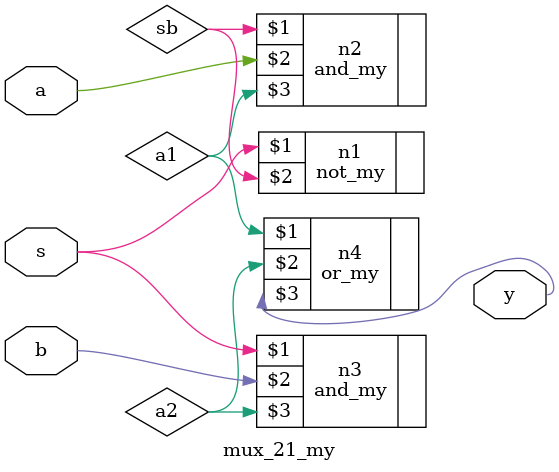
<source format=v>
 module mux_21_my(s,a,b,y);
 input s,a,b;
 output y;
 wire sb,a1,a2;
 not_my n1(s,sb);
 and_my n2(sb,a,a1);
 and_my n3(s,b,a2);
 or_my n4(a1,a2,y);
 endmodule

</source>
